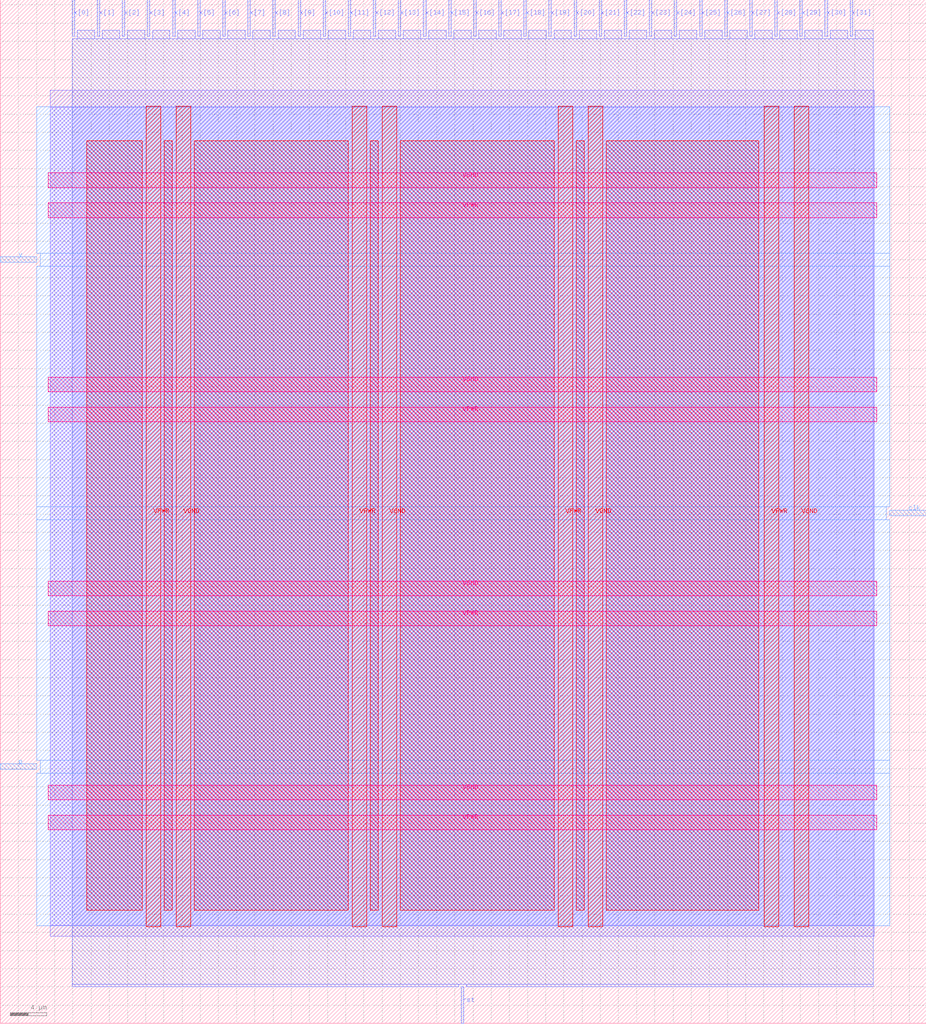
<source format=lef>
VERSION 5.7 ;
  NOWIREEXTENSIONATPIN ON ;
  DIVIDERCHAR "/" ;
  BUSBITCHARS "[]" ;
MACRO spm
  CLASS BLOCK ;
  FOREIGN spm ;
  ORIGIN 0.000 0.000 ;
  SIZE 101.850 BY 112.570 ;
  PIN VGND
    DIRECTION INOUT ;
    USE GROUND ;
    PORT
      LAYER met4 ;
        RECT 19.345 10.640 20.945 100.880 ;
    END
    PORT
      LAYER met4 ;
        RECT 42.000 10.640 43.600 100.880 ;
    END
    PORT
      LAYER met4 ;
        RECT 64.655 10.640 66.255 100.880 ;
    END
    PORT
      LAYER met4 ;
        RECT 87.310 10.640 88.910 100.880 ;
    END
    PORT
      LAYER met5 ;
        RECT 5.280 24.600 96.380 26.200 ;
    END
    PORT
      LAYER met5 ;
        RECT 5.280 47.040 96.380 48.640 ;
    END
    PORT
      LAYER met5 ;
        RECT 5.280 69.480 96.380 71.080 ;
    END
    PORT
      LAYER met5 ;
        RECT 5.280 91.920 96.380 93.520 ;
    END
  END VGND
  PIN VPWR
    DIRECTION INOUT ;
    USE POWER ;
    PORT
      LAYER met4 ;
        RECT 16.045 10.640 17.645 100.880 ;
    END
    PORT
      LAYER met4 ;
        RECT 38.700 10.640 40.300 100.880 ;
    END
    PORT
      LAYER met4 ;
        RECT 61.355 10.640 62.955 100.880 ;
    END
    PORT
      LAYER met4 ;
        RECT 84.010 10.640 85.610 100.880 ;
    END
    PORT
      LAYER met5 ;
        RECT 5.280 21.300 96.380 22.900 ;
    END
    PORT
      LAYER met5 ;
        RECT 5.280 43.740 96.380 45.340 ;
    END
    PORT
      LAYER met5 ;
        RECT 5.280 66.180 96.380 67.780 ;
    END
    PORT
      LAYER met5 ;
        RECT 5.280 88.620 96.380 90.220 ;
    END
  END VPWR
  PIN clk
    DIRECTION INPUT ;
    USE SIGNAL ;
    PORT
      LAYER met3 ;
        RECT 97.850 55.800 101.850 56.400 ;
    END
  END clk
  PIN p
    DIRECTION OUTPUT TRISTATE ;
    USE SIGNAL ;
    PORT
      LAYER met3 ;
        RECT 0.000 27.920 4.000 28.520 ;
    END
  END p
  PIN rst
    DIRECTION INPUT ;
    USE SIGNAL ;
    PORT
      LAYER met2 ;
        RECT 50.690 0.000 50.970 4.000 ;
    END
  END rst
  PIN x[0]
    DIRECTION INPUT ;
    USE SIGNAL ;
    PORT
      LAYER met2 ;
        RECT 7.910 108.570 8.190 112.570 ;
    END
  END x[0]
  PIN x[10]
    DIRECTION INPUT ;
    USE SIGNAL ;
    PORT
      LAYER met2 ;
        RECT 35.510 108.570 35.790 112.570 ;
    END
  END x[10]
  PIN x[11]
    DIRECTION INPUT ;
    USE SIGNAL ;
    PORT
      LAYER met2 ;
        RECT 38.270 108.570 38.550 112.570 ;
    END
  END x[11]
  PIN x[12]
    DIRECTION INPUT ;
    USE SIGNAL ;
    PORT
      LAYER met2 ;
        RECT 41.030 108.570 41.310 112.570 ;
    END
  END x[12]
  PIN x[13]
    DIRECTION INPUT ;
    USE SIGNAL ;
    PORT
      LAYER met2 ;
        RECT 43.790 108.570 44.070 112.570 ;
    END
  END x[13]
  PIN x[14]
    DIRECTION INPUT ;
    USE SIGNAL ;
    PORT
      LAYER met2 ;
        RECT 46.550 108.570 46.830 112.570 ;
    END
  END x[14]
  PIN x[15]
    DIRECTION INPUT ;
    USE SIGNAL ;
    PORT
      LAYER met2 ;
        RECT 49.310 108.570 49.590 112.570 ;
    END
  END x[15]
  PIN x[16]
    DIRECTION INPUT ;
    USE SIGNAL ;
    PORT
      LAYER met2 ;
        RECT 52.070 108.570 52.350 112.570 ;
    END
  END x[16]
  PIN x[17]
    DIRECTION INPUT ;
    USE SIGNAL ;
    PORT
      LAYER met2 ;
        RECT 54.830 108.570 55.110 112.570 ;
    END
  END x[17]
  PIN x[18]
    DIRECTION INPUT ;
    USE SIGNAL ;
    PORT
      LAYER met2 ;
        RECT 57.590 108.570 57.870 112.570 ;
    END
  END x[18]
  PIN x[19]
    DIRECTION INPUT ;
    USE SIGNAL ;
    PORT
      LAYER met2 ;
        RECT 60.350 108.570 60.630 112.570 ;
    END
  END x[19]
  PIN x[1]
    DIRECTION INPUT ;
    USE SIGNAL ;
    PORT
      LAYER met2 ;
        RECT 10.670 108.570 10.950 112.570 ;
    END
  END x[1]
  PIN x[20]
    DIRECTION INPUT ;
    USE SIGNAL ;
    PORT
      LAYER met2 ;
        RECT 63.110 108.570 63.390 112.570 ;
    END
  END x[20]
  PIN x[21]
    DIRECTION INPUT ;
    USE SIGNAL ;
    PORT
      LAYER met2 ;
        RECT 65.870 108.570 66.150 112.570 ;
    END
  END x[21]
  PIN x[22]
    DIRECTION INPUT ;
    USE SIGNAL ;
    PORT
      LAYER met2 ;
        RECT 68.630 108.570 68.910 112.570 ;
    END
  END x[22]
  PIN x[23]
    DIRECTION INPUT ;
    USE SIGNAL ;
    PORT
      LAYER met2 ;
        RECT 71.390 108.570 71.670 112.570 ;
    END
  END x[23]
  PIN x[24]
    DIRECTION INPUT ;
    USE SIGNAL ;
    PORT
      LAYER met2 ;
        RECT 74.150 108.570 74.430 112.570 ;
    END
  END x[24]
  PIN x[25]
    DIRECTION INPUT ;
    USE SIGNAL ;
    PORT
      LAYER met2 ;
        RECT 76.910 108.570 77.190 112.570 ;
    END
  END x[25]
  PIN x[26]
    DIRECTION INPUT ;
    USE SIGNAL ;
    PORT
      LAYER met2 ;
        RECT 79.670 108.570 79.950 112.570 ;
    END
  END x[26]
  PIN x[27]
    DIRECTION INPUT ;
    USE SIGNAL ;
    PORT
      LAYER met2 ;
        RECT 82.430 108.570 82.710 112.570 ;
    END
  END x[27]
  PIN x[28]
    DIRECTION INPUT ;
    USE SIGNAL ;
    PORT
      LAYER met2 ;
        RECT 85.190 108.570 85.470 112.570 ;
    END
  END x[28]
  PIN x[29]
    DIRECTION INPUT ;
    USE SIGNAL ;
    PORT
      LAYER met2 ;
        RECT 87.950 108.570 88.230 112.570 ;
    END
  END x[29]
  PIN x[2]
    DIRECTION INPUT ;
    USE SIGNAL ;
    PORT
      LAYER met2 ;
        RECT 13.430 108.570 13.710 112.570 ;
    END
  END x[2]
  PIN x[30]
    DIRECTION INPUT ;
    USE SIGNAL ;
    PORT
      LAYER met2 ;
        RECT 90.710 108.570 90.990 112.570 ;
    END
  END x[30]
  PIN x[31]
    DIRECTION INPUT ;
    USE SIGNAL ;
    PORT
      LAYER met2 ;
        RECT 93.470 108.570 93.750 112.570 ;
    END
  END x[31]
  PIN x[3]
    DIRECTION INPUT ;
    USE SIGNAL ;
    PORT
      LAYER met2 ;
        RECT 16.190 108.570 16.470 112.570 ;
    END
  END x[3]
  PIN x[4]
    DIRECTION INPUT ;
    USE SIGNAL ;
    PORT
      LAYER met2 ;
        RECT 18.950 108.570 19.230 112.570 ;
    END
  END x[4]
  PIN x[5]
    DIRECTION INPUT ;
    USE SIGNAL ;
    PORT
      LAYER met2 ;
        RECT 21.710 108.570 21.990 112.570 ;
    END
  END x[5]
  PIN x[6]
    DIRECTION INPUT ;
    USE SIGNAL ;
    PORT
      LAYER met2 ;
        RECT 24.470 108.570 24.750 112.570 ;
    END
  END x[6]
  PIN x[7]
    DIRECTION INPUT ;
    USE SIGNAL ;
    PORT
      LAYER met2 ;
        RECT 27.230 108.570 27.510 112.570 ;
    END
  END x[7]
  PIN x[8]
    DIRECTION INPUT ;
    USE SIGNAL ;
    PORT
      LAYER met2 ;
        RECT 29.990 108.570 30.270 112.570 ;
    END
  END x[8]
  PIN x[9]
    DIRECTION INPUT ;
    USE SIGNAL ;
    PORT
      LAYER met2 ;
        RECT 32.750 108.570 33.030 112.570 ;
    END
  END x[9]
  PIN y
    DIRECTION INPUT ;
    USE SIGNAL ;
    PORT
      LAYER met3 ;
        RECT 0.000 83.680 4.000 84.280 ;
    END
  END y
  OBS
      LAYER li1 ;
        RECT 5.520 10.795 96.140 100.725 ;
      LAYER met1 ;
        RECT 5.520 9.560 96.140 102.640 ;
      LAYER met2 ;
        RECT 8.470 108.290 10.390 109.210 ;
        RECT 11.230 108.290 13.150 109.210 ;
        RECT 13.990 108.290 15.910 109.210 ;
        RECT 16.750 108.290 18.670 109.210 ;
        RECT 19.510 108.290 21.430 109.210 ;
        RECT 22.270 108.290 24.190 109.210 ;
        RECT 25.030 108.290 26.950 109.210 ;
        RECT 27.790 108.290 29.710 109.210 ;
        RECT 30.550 108.290 32.470 109.210 ;
        RECT 33.310 108.290 35.230 109.210 ;
        RECT 36.070 108.290 37.990 109.210 ;
        RECT 38.830 108.290 40.750 109.210 ;
        RECT 41.590 108.290 43.510 109.210 ;
        RECT 44.350 108.290 46.270 109.210 ;
        RECT 47.110 108.290 49.030 109.210 ;
        RECT 49.870 108.290 51.790 109.210 ;
        RECT 52.630 108.290 54.550 109.210 ;
        RECT 55.390 108.290 57.310 109.210 ;
        RECT 58.150 108.290 60.070 109.210 ;
        RECT 60.910 108.290 62.830 109.210 ;
        RECT 63.670 108.290 65.590 109.210 ;
        RECT 66.430 108.290 68.350 109.210 ;
        RECT 69.190 108.290 71.110 109.210 ;
        RECT 71.950 108.290 73.870 109.210 ;
        RECT 74.710 108.290 76.630 109.210 ;
        RECT 77.470 108.290 79.390 109.210 ;
        RECT 80.230 108.290 82.150 109.210 ;
        RECT 82.990 108.290 84.910 109.210 ;
        RECT 85.750 108.290 87.670 109.210 ;
        RECT 88.510 108.290 90.430 109.210 ;
        RECT 91.270 108.290 93.190 109.210 ;
        RECT 94.030 108.290 96.040 109.210 ;
        RECT 7.920 4.280 96.040 108.290 ;
        RECT 7.920 4.000 50.410 4.280 ;
        RECT 51.250 4.000 96.040 4.280 ;
      LAYER met3 ;
        RECT 4.000 84.680 97.850 100.805 ;
        RECT 4.400 83.280 97.850 84.680 ;
        RECT 4.000 56.800 97.850 83.280 ;
        RECT 4.000 55.400 97.450 56.800 ;
        RECT 4.000 28.920 97.850 55.400 ;
        RECT 4.400 27.520 97.850 28.920 ;
        RECT 4.000 10.715 97.850 27.520 ;
      LAYER met4 ;
        RECT 9.495 12.415 15.645 97.065 ;
        RECT 18.045 12.415 18.945 97.065 ;
        RECT 21.345 12.415 38.300 97.065 ;
        RECT 40.700 12.415 41.600 97.065 ;
        RECT 44.000 12.415 60.955 97.065 ;
        RECT 63.355 12.415 64.255 97.065 ;
        RECT 66.655 12.415 83.425 97.065 ;
  END
END spm
END LIBRARY


</source>
